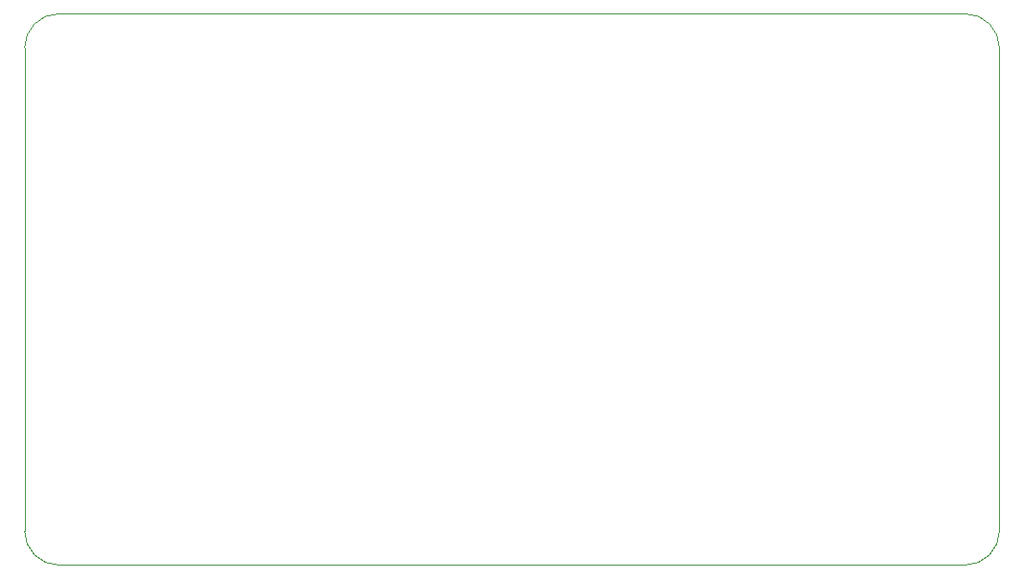
<source format=gm1>
G04 #@! TF.GenerationSoftware,KiCad,Pcbnew,8.0.8*
G04 #@! TF.CreationDate,2025-01-20T22:51:14+09:00*
G04 #@! TF.ProjectId,house_controller_multiplex_breakout_board_v0.1.0,686f7573-655f-4636-9f6e-74726f6c6c65,rev?*
G04 #@! TF.SameCoordinates,Original*
G04 #@! TF.FileFunction,Profile,NP*
%FSLAX46Y46*%
G04 Gerber Fmt 4.6, Leading zero omitted, Abs format (unit mm)*
G04 Created by KiCad (PCBNEW 8.0.8) date 2025-01-20 22:51:14*
%MOMM*%
%LPD*%
G01*
G04 APERTURE LIST*
G04 #@! TA.AperFunction,Profile*
%ADD10C,0.038100*%
G04 #@! TD*
G04 APERTURE END LIST*
D10*
X144500000Y-57500000D02*
G75*
G02*
X147500000Y-60500000I0J-3000000D01*
G01*
X147500000Y-60500000D02*
X147500000Y-103200000D01*
X61500000Y-103200000D02*
X61500000Y-60500000D01*
X61500000Y-60500000D02*
G75*
G02*
X64500000Y-57500000I3000000J0D01*
G01*
X147500000Y-103178680D02*
G75*
G02*
X144500000Y-106178700I-3000000J-20D01*
G01*
X144500000Y-106178680D02*
X64500000Y-106178680D01*
X64500000Y-57500000D02*
X144500000Y-57500000D01*
X64500000Y-106178680D02*
G75*
G02*
X61500020Y-103178680I0J2999980D01*
G01*
M02*

</source>
